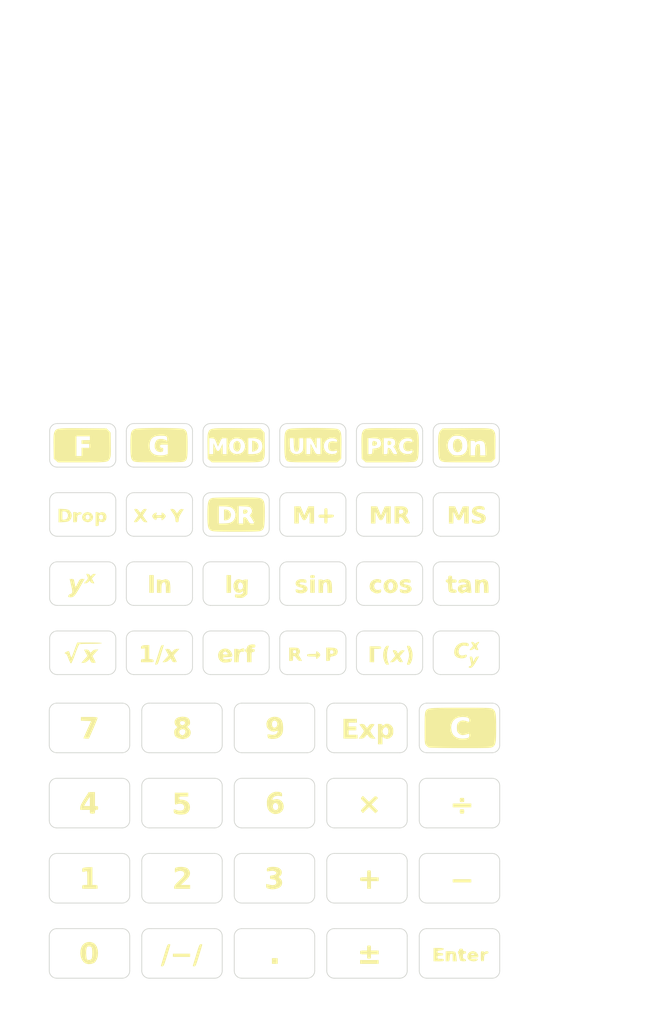
<source format=kicad_pcb>
(kicad_pcb (version 20221018) (generator pcbnew)
  (layers (0 "F.Cu" signal) (31 "B.Cu" signal) (34 "B.Paste" user) (35 "F.Paste" user) (36 "B.SilkS" user "B.Silkscreen") (37 "F.SilkS" user "F.Silkscreen") (38 "B.Mask" user) (39 "F.Mask" user) (44 "Edge.Cuts" user))
  (net 0 "")
  (footprint "LOGO" (layer "F.Cu") (at 100 94.9)
    (fp_text reference "G***" hide)
    (fp_text value "LOGO" hide)
  )
  (gr_arc (start 82.35 153.1) (mid 82.642893 152.392893) (end 83.35 152.1) (stroke (width 0.1)) (layer "Edge.Cuts"))
  (gr_arc (start 111.900001 99.9) (mid 111.192894 99.607107) (end 110.900001 98.9) (stroke (width 0.1)) (layer "Edge.Cuts"))
  (gr_arc (start 95.65 158.7) (mid 94.942893 158.407107) (end 94.65 157.7) (stroke (width 0.1)) (layer "Edge.Cuts"))
  (gr_arc (start 118.699999 94.1) (mid 119.407106 94.392893) (end 119.699999 95.1) (stroke (width 0.1)) (layer "Edge.Cuts"))
  (gr_line (start 98.299999 118.3) (end 91.500001 118.3) (stroke (width 0.1)) (layer "Edge.Cuts"))
  (gr_arc (start 88.099999 103.3) (mid 88.807106 103.592893) (end 89.099999 104.3) (stroke (width 0.1)) (layer "Edge.Cuts"))
  (gr_line (start 117.65 133.1) (end 117.65 137.7) (stroke (width 0.1)) (layer "Edge.Cuts"))
  (gr_arc (start 83.35 148.7) (mid 82.642893 148.407107) (end 82.35 147.7) (stroke (width 0.1)) (layer "Edge.Cuts"))
  (gr_arc (start 80.300001 113.5) (mid 80.592894 112.792893) (end 81.300001 112.5) (stroke (width 0.1)) (layer "Edge.Cuts"))
  (gr_line (start 77.899999 109.1) (end 71.100001 109.1) (stroke (width 0.1)) (layer "Edge.Cuts"))
  (gr_arc (start 105.35 157.7) (mid 105.057107 158.407107) (end 104.35 158.7) (stroke (width 0.1)) (layer "Edge.Cuts"))
  (gr_line (start 105.35 123.1) (end 105.35 127.7) (stroke (width 0.1)) (layer "Edge.Cuts"))
  (gr_line (start 99.299999 95.1) (end 99.299999 98.9) (stroke (width 0.1)) (layer "Edge.Cuts"))
  (gr_line (start 90.500001 89.7) (end 90.500001 85.9) (stroke (width 0.1)) (layer "Edge.Cuts"))
  (gr_arc (start 71.05 158.7) (mid 70.342893 158.407107) (end 70.05 157.7) (stroke (width 0.1)) (layer "Edge.Cuts"))
  (gr_line (start 82.35 127.7) (end 82.35 123.1) (stroke (width 0.1)) (layer "Edge.Cuts"))
  (gr_arc (start 128.95 132.1) (mid 129.657107 132.392893) (end 129.95 133.1) (stroke (width 0.1)) (layer "Edge.Cuts"))
  (gr_arc (start 71.100001 99.9) (mid 70.392894 99.607107) (end 70.100001 98.9) (stroke (width 0.1)) (layer "Edge.Cuts"))
  (gr_line (start 94.65 137.7) (end 94.65 133.1) (stroke (width 0.1)) (layer "Edge.Cuts"))
  (gr_line (start 118.699999 118.3) (end 111.900001 118.3) (stroke (width 0.1)) (layer "Edge.Cuts"))
  (gr_arc (start 128.95 122.1) (mid 129.657107 122.392893) (end 129.95 123.1) (stroke (width 0.1)) (layer "Edge.Cuts"))
  (gr_arc (start 120.25 148.7) (mid 119.542893 148.407107) (end 119.25 147.7) (stroke (width 0.1)) (layer "Edge.Cuts"))
  (gr_arc (start 95.65 138.7) (mid 94.942893 138.407107) (end 94.65 137.7) (stroke (width 0.1)) (layer "Edge.Cuts"))
  (gr_arc (start 129.95 127.7) (mid 129.657107 128.407107) (end 128.95 128.7) (stroke (width 0.1)) (layer "Edge.Cuts"))
  (gr_line (start 121.100001 89.7) (end 121.100001 85.9) (stroke (width 0.1)) (layer "Edge.Cuts"))
  (gr_line (start 93.05 143.1) (end 93.05 147.7) (stroke (width 0.1)) (layer "Edge.Cuts"))
  (gr_line (start 106.95 137.7) (end 106.95 133.1) (stroke (width 0.1)) (layer "Edge.Cuts"))
  (gr_line (start 116.65 138.7) (end 107.95 138.7) (stroke (width 0.1)) (layer "Edge.Cuts"))
  (gr_arc (start 82.35 143.1) (mid 82.642893 142.392893) (end 83.35 142.1) (stroke (width 0.1)) (layer "Edge.Cuts"))
  (gr_arc (start 116.65 122.1) (mid 117.357107 122.392893) (end 117.65 123.1) (stroke (width 0.1)) (layer "Edge.Cuts"))
  (gr_line (start 100.700001 98.9) (end 100.700001 95.1) (stroke (width 0.1)) (layer "Edge.Cuts"))
  (gr_arc (start 101.700001 99.9) (mid 100.992894 99.607107) (end 100.700001 98.9) (stroke (width 0.1)) (layer "Edge.Cuts"))
  (gr_arc (start 70.100001 113.5) (mid 70.392894 112.792893) (end 71.100001 112.5) (stroke (width 0.1)) (layer "Edge.Cuts"))
  (gr_arc (start 80.300001 85.9) (mid 80.592894 85.192893) (end 81.300001 84.9) (stroke (width 0.1)) (layer "Edge.Cuts"))
  (gr_line (start 121.100001 98.9) (end 121.100001 95.1) (stroke (width 0.1)) (layer "Edge.Cuts"))
  (gr_line (start 79.75 158.7) (end 71.05 158.7) (stroke (width 0.1)) (layer "Edge.Cuts"))
  (gr_arc (start 92.05 152.1) (mid 92.757107 152.392893) (end 93.05 153.1) (stroke (width 0.1)) (layer "Edge.Cuts"))
  (gr_line (start 88.099999 109.1) (end 81.300001 109.1) (stroke (width 0.1)) (layer "Edge.Cuts"))
  (gr_arc (start 107.95 148.7) (mid 107.242893 148.407107) (end 106.95 147.7) (stroke (width 0.1)) (layer "Edge.Cuts"))
  (gr_line (start 106.95 127.7) (end 106.95 123.1) (stroke (width 0.1)) (layer "Edge.Cuts"))
  (gr_arc (start 128.899999 103.3) (mid 129.607106 103.592893) (end 129.899999 104.3) (stroke (width 0.1)) (layer "Edge.Cuts"))
  (gr_line (start 80.300001 89.7) (end 80.300001 85.9) (stroke (width 0.1)) (layer "Edge.Cuts"))
  (gr_line (start 80.75 143.1) (end 80.75 147.7) (stroke (width 0.1)) (layer "Edge.Cuts"))
  (gr_arc (start 120.25 128.7) (mid 119.542893 128.407107) (end 119.25 127.7) (stroke (width 0.1)) (layer "Edge.Cuts"))
  (gr_line (start 120.25 152.1) (end 128.95 152.1) (stroke (width 0.1)) (layer "Edge.Cuts"))
  (gr_line (start 105.35 153.1) (end 105.35 157.7) (stroke (width 0.1)) (layer "Edge.Cuts"))
  (gr_arc (start 128.899999 94.1) (mid 129.607106 94.392893) (end 129.899999 95.1) (stroke (width 0.1)) (layer "Edge.Cuts"))
  (gr_arc (start 116.65 132.1) (mid 117.357107 132.392893) (end 117.65 133.1) (stroke (width 0.1)) (layer "Edge.Cuts"))
  (gr_arc (start 90.500001 95.1) (mid 90.792894 94.392893) (end 91.500001 94.1) (stroke (width 0.1)) (layer "Edge.Cuts"))
  (gr_line (start 107.95 132.1) (end 116.65 132.1) (stroke (width 0.1)) (layer "Edge.Cuts"))
  (gr_line (start 81.300001 103.3) (end 88.099999 103.3) (stroke (width 0.1)) (layer "Edge.Cuts"))
  (gr_line (start 122.100001 112.5) (end 128.899999 112.5) (stroke (width 0.1)) (layer "Edge.Cuts"))
  (gr_arc (start 71.100001 90.7) (mid 70.392894 90.407107) (end 70.100001 89.7) (stroke (width 0.1)) (layer "Edge.Cuts"))
  (gr_line (start 98.299999 90.7) (end 91.500001 90.7) (stroke (width 0.1)) (layer "Edge.Cuts"))
  (gr_arc (start 128.899999 112.5) (mid 129.607106 112.792893) (end 129.899999 113.5) (stroke (width 0.1)) (layer "Edge.Cuts"))
  (gr_line (start 83.35 132.1) (end 92.05 132.1) (stroke (width 0.1)) (layer "Edge.Cuts"))
  (gr_arc (start 77.899999 84.9) (mid 78.607106 85.192893) (end 78.899999 85.9) (stroke (width 0.1)) (layer "Edge.Cuts"))
  (gr_line (start 90.500001 117.3) (end 90.500001 113.5) (stroke (width 0.1)) (layer "Edge.Cuts"))
  (gr_arc (start 98.299999 103.3) (mid 99.007106 103.592893) (end 99.299999 104.3) (stroke (width 0.1)) (layer "Edge.Cuts"))
  (gr_line (start 99.299999 85.9) (end 99.299999 89.7) (stroke (width 0.1)) (layer "Edge.Cuts"))
  (gr_arc (start 82.35 133.1) (mid 82.642893 132.392893) (end 83.35 132.1) (stroke (width 0.1)) (layer "Edge.Cuts"))
  (gr_arc (start 116.65 152.1) (mid 117.357107 152.392893) (end 117.65 153.1) (stroke (width 0.1)) (layer "Edge.Cuts"))
  (gr_arc (start 77.899999 112.5) (mid 78.607106 112.792893) (end 78.899999 113.5) (stroke (width 0.1)) (layer "Edge.Cuts"))
  (gr_line (start 71.100001 103.3) (end 77.899999 103.3) (stroke (width 0.1)) (layer "Edge.Cuts"))
  (gr_line (start 119.699999 85.9) (end 119.699999 89.7) (stroke (width 0.1)) (layer "Edge.Cuts"))
  (gr_line (start 129.95 153.1) (end 129.95 157.7) (stroke (width 0.1)) (layer "Edge.Cuts"))
  (gr_line (start 128.95 128.7) (end 120.25 128.7) (stroke (width 0.1)) (layer "Edge.Cuts"))
  (gr_arc (start 119.25 143.1) (mid 119.542893 142.392893) (end 120.25 142.1) (stroke (width 0.1)) (layer "Edge.Cuts"))
  (gr_arc (start 110.900001 104.3) (mid 111.192894 103.592893) (end 111.900001 103.3) (stroke (width 0.1)) (layer "Edge.Cuts"))
  (gr_arc (start 81.300001 118.3) (mid 80.592894 118.007107) (end 80.300001 117.3) (stroke (width 0.1)) (layer "Edge.Cuts"))
  (gr_line (start 94.65 127.7) (end 94.65 123.1) (stroke (width 0.1)) (layer "Edge.Cuts"))
  (gr_line (start 81.300001 94.1) (end 88.099999 94.1) (stroke (width 0.1)) (layer "Edge.Cuts"))
  (gr_arc (start 94.65 123.1) (mid 94.942893 122.392893) (end 95.65 122.1) (stroke (width 0.1)) (layer "Edge.Cuts"))
  (gr_arc (start 119.25 153.1) (mid 119.542893 152.392893) (end 120.25 152.1) (stroke (width 0.1)) (layer "Edge.Cuts"))
  (gr_arc (start 90.500001 85.9) (mid 90.792894 85.192893) (end 91.500001 84.9) (stroke (width 0.1)) (layer "Edge.Cuts"))
  (gr_arc (start 119.699999 117.3) (mid 119.407106 118.007107) (end 118.699999 118.3) (stroke (width 0.1)) (layer "Edge.Cuts"))
  (gr_arc (start 109.499999 117.3) (mid 109.207106 118.007107) (end 108.499999 118.3) (stroke (width 0.1)) (layer "Edge.Cuts"))
  (gr_line (start 79.75 138.7) (end 71.05 138.7) (stroke (width 0.1)) (layer "Edge.Cuts"))
  (gr_line (start 94.65 147.7) (end 94.65 143.1) (stroke (width 0.1)) (layer "Edge.Cuts"))
  (gr_arc (start 80.75 137.7) (mid 80.457107 138.407107) (end 79.75 138.7) (stroke (width 0.1)) (layer "Edge.Cuts"))
  (gr_line (start 104.35 148.7) (end 95.65 148.7) (stroke (width 0.1)) (layer "Edge.Cuts"))
  (gr_arc (start 70.05 123.1) (mid 70.342893 122.392893) (end 71.05 122.1) (stroke (width 0.1)) (layer "Edge.Cuts"))
  (gr_arc (start 105.35 127.7) (mid 105.057107 128.407107) (end 104.35 128.7) (stroke (width 0.1)) (layer "Edge.Cuts"))
  (gr_arc (start 70.100001 104.3) (mid 70.392894 103.592893) (end 71.100001 103.3) (stroke (width 0.1)) (layer "Edge.Cuts"))
  (gr_arc (start 89.099999 89.7) (mid 88.807106 90.407107) (end 88.099999 90.7) (stroke (width 0.1)) (layer "Edge.Cuts"))
  (gr_line (start 129.899999 95.1) (end 129.899999 98.9) (stroke (width 0.1)) (layer "Edge.Cuts"))
  (gr_arc (start 93.05 157.7) (mid 92.757107 158.407107) (end 92.05 158.7) (stroke (width 0.1)) (layer "Edge.Cuts"))
  (gr_arc (start 89.099999 98.9) (mid 88.807106 99.607107) (end 88.099999 99.9) (stroke (width 0.1)) (layer "Edge.Cuts"))
  (gr_arc (start 119.699999 108.1) (mid 119.407106 108.807107) (end 118.699999 109.1) (stroke (width 0.1)) (layer "Edge.Cuts"))
  (gr_line (start 117.65 143.1) (end 117.65 147.7) (stroke (width 0.1)) (layer "Edge.Cuts"))
  (gr_arc (start 108.499999 84.9) (mid 109.207106 85.192893) (end 109.499999 85.9) (stroke (width 0.1)) (layer "Edge.Cuts"))
  (gr_arc (start 91.500001 90.7) (mid 90.792894 90.407107) (end 90.500001 89.7) (stroke (width 0.1)) (layer "Edge.Cuts"))
  (gr_arc (start 109.499999 89.7) (mid 109.207106 90.407107) (end 108.499999 90.7) (stroke (width 0.1)) (layer "Edge.Cuts"))
  (gr_arc (start 70.100001 95.1) (mid 70.392894 94.392893) (end 71.100001 94.1) (stroke (width 0.1)) (layer "Edge.Cuts"))
  (gr_line (start 93.05 133.1) (end 93.05 137.7) (stroke (width 0.1)) (layer "Edge.Cuts"))
  (gr_line (start 109.499999 95.1) (end 109.499999 98.9) (stroke (width 0.1)) (layer "Edge.Cuts"))
  (gr_line (start 80.300001 108.1) (end 80.300001 104.3) (stroke (width 0.1)) (layer "Edge.Cuts"))
  (gr_arc (start 122.100001 109.1) (mid 121.392894 108.807107) (end 121.100001 108.1) (stroke (width 0.1)) (layer "Edge.Cuts"))
  (gr_line (start 108.499999 90.7) (end 101.700001 90.7) (stroke (width 0.1)) (layer "Edge.Cuts"))
  (gr_arc (start 121.100001 104.3) (mid 121.392894 103.592893) (end 122.100001 103.3) (stroke (width 0.1)) (layer "Edge.Cuts"))
  (gr_line (start 71.100001 112.5) (end 77.899999 112.5) (stroke (width 0.1)) (layer "Edge.Cuts"))
  (gr_arc (start 129.899999 117.3) (mid 129.607106 118.007107) (end 128.899999 118.3) (stroke (width 0.1)) (layer "Edge.Cuts"))
  (gr_line (start 107.95 142.1) (end 116.65 142.1) (stroke (width 0.1)) (layer "Edge.Cuts"))
  (gr_line (start 79.75 128.7) (end 71.05 128.7) (stroke (width 0.1)) (layer "Edge.Cuts"))
  (gr_arc (start 129.899999 98.9) (mid 129.607106 99.607107) (end 128.899999 99.9) (stroke (width 0.1)) (layer "Edge.Cuts"))
  (gr_line (start 70.100001 108.1) (end 70.100001 104.3) (stroke (width 0.1)) (layer "Edge.Cuts"))
  (gr_arc (start 71.05 128.7) (mid 70.342893 128.407107) (end 70.05 127.7) (stroke (width 0.1)) (layer "Edge.Cuts"))
  (gr_line (start 100.700001 117.3) (end 100.700001 113.5) (stroke (width 0.1)) (layer "Edge.Cuts"))
  (gr_line (start 89.099999 113.5) (end 89.099999 117.3) (stroke (width 0.1)) (layer "Edge.Cuts"))
  (gr_arc (start 94.65 153.1) (mid 94.942893 152.392893) (end 95.65 152.1) (stroke (width 0.1)) (layer "Edge.Cuts"))
  (gr_arc (start 111.900001 118.3) (mid 111.192894 118.007107) (end 110.900001 117.3) (stroke (width 0.1)) (layer "Edge.Cuts"))
  (gr_line (start 129.899999 113.5) (end 129.899999 117.3) (stroke (width 0.1)) (layer "Edge.Cuts"))
  (gr_line (start 128.899999 109.1) (end 122.100001 109.1) (stroke (width 0.1)) (layer "Edge.Cuts"))
  (gr_arc (start 129.95 157.7) (mid 129.657107 158.407107) (end 128.95 158.7) (stroke (width 0.1)) (layer "Edge.Cuts"))
  (gr_line (start 111.900001 112.5) (end 118.699999 112.5) (stroke (width 0.1)) (layer "Edge.Cuts"))
  (gr_line (start 77.899999 90.7) (end 71.100001 90.7) (stroke (width 0.1)) (layer "Edge.Cuts"))
  (gr_arc (start 122.100001 90.7) (mid 121.392894 90.407107) (end 121.100001 89.7) (stroke (width 0.1)) (layer "Edge.Cuts"))
  (gr_arc (start 90.500001 104.3) (mid 90.792894 103.592893) (end 91.500001 103.3) (stroke (width 0.1)) (layer "Edge.Cuts"))
  (gr_line (start 81.300001 112.5) (end 88.099999 112.5) (stroke (width 0.1)) (layer "Edge.Cuts"))
  (gr_arc (start 111.900001 90.7) (mid 111.192894 90.407107) (end 110.900001 89.7) (stroke (width 0.1)) (layer "Edge.Cuts"))
  (gr_line (start 105.35 143.1) (end 105.35 147.7) (stroke (width 0.1)) (layer "Edge.Cuts"))
  (gr_line (start 91.500001 84.9) (end 98.299999 84.9) (stroke (width 0.1)) (layer "Edge.Cuts"))
  (gr_arc (start 105.35 137.7) (mid 105.057107 138.407107) (end 104.35 138.7) (stroke (width 0.1)) (layer "Edge.Cuts"))
  (gr_arc (start 101.700001 118.3) (mid 100.992894 118.007107) (end 100.700001 117.3) (stroke (width 0.1)) (layer "Edge.Cuts"))
  (gr_line (start 119.699999 95.1) (end 119.699999 98.9) (stroke (width 0.1)) (layer "Edge.Cuts"))
  (gr_arc (start 121.100001 113.5) (mid 121.392894 112.792893) (end 122.100001 112.5) (stroke (width 0.1)) (layer "Edge.Cuts"))
  (gr_line (start 95.65 142.1) (end 104.35 142.1) (stroke (width 0.1)) (layer "Edge.Cuts"))
  (gr_arc (start 118.699999 84.9) (mid 119.407106 85.192893) (end 119.699999 85.9) (stroke (width 0.1)) (layer "Edge.Cuts"))
  (gr_line (start 78.899999 85.9) (end 78.899999 89.7) (stroke (width 0.1)) (layer "Edge.Cuts"))
  (gr_arc (start 129.95 137.7) (mid 129.657107 138.407107) (end 128.95 138.7) (stroke (width 0.1)) (layer "Edge.Cuts"))
  (gr_line (start 71.05 142.1) (end 79.75 142.1) (stroke (width 0.1)) (layer "Edge.Cuts"))
  (gr_line (start 81.300001 84.9) (end 88.099999 84.9) (stroke (width 0.1)) (layer "Edge.Cuts"))
  (gr_line (start 129.899999 85.9) (end 129.899999 89.7) (stroke (width 0.1)) (layer "Edge.Cuts"))
  (gr_arc (start 81.300001 109.1) (mid 80.592894 108.807107) (end 80.300001 108.1) (stroke (width 0.1)) (layer "Edge.Cuts"))
  (gr_arc (start 104.35 122.1) (mid 105.057107 122.392893) (end 105.35 123.1) (stroke (width 0.1)) (layer "Edge.Cuts"))
  (gr_line (start 128.95 148.7) (end 120.25 148.7) (stroke (width 0.1)) (layer "Edge.Cuts"))
  (gr_line (start 118.699999 90.7) (end 111.900001 90.7) (stroke (width 0.1)) (layer "Edge.Cuts"))
  (gr_line (start 82.35 137.7) (end 82.35 133.1) (stroke (width 0.1)) (layer "Edge.Cuts"))
  (gr_line (start 120.25 132.1) (end 128.95 132.1) (stroke (width 0.1)) (layer "Edge.Cuts"))
  (gr_arc (start 100.700001 113.5) (mid 100.992894 112.792893) (end 101.700001 112.5) (stroke (width 0.1)) (layer "Edge.Cuts"))
  (gr_arc (start 81.300001 99.9) (mid 80.592894 99.607107) (end 80.300001 98.9) (stroke (width 0.1)) (layer "Edge.Cuts"))
  (gr_arc (start 121.100001 85.9) (mid 121.392894 85.192893) (end 122.100001 84.9) (stroke (width 0.1)) (layer "Edge.Cuts"))
  (gr_arc (start 100.700001 95.1) (mid 100.992894 94.392893) (end 101.700001 94.1) (stroke (width 0.1)) (layer "Edge.Cuts"))
  (gr_arc (start 101.700001 90.7) (mid 100.992894 90.407107) (end 100.700001 89.7) (stroke (width 0.1)) (layer "Edge.Cuts"))
  (gr_line (start 110.900001 117.3) (end 110.900001 113.5) (stroke (width 0.1)) (layer "Edge.Cuts"))
  (gr_arc (start 121.100001 95.1) (mid 121.392894 94.392893) (end 122.100001 94.1) (stroke (width 0.1)) (layer "Edge.Cuts"))
  (gr_line (start 98.299999 109.1) (end 91.500001 109.1) (stroke (width 0.1)) (layer "Edge.Cuts"))
  (gr_line (start 92.05 148.7) (end 83.35 148.7) (stroke (width 0.1)) (layer "Edge.Cuts"))
  (gr_arc (start 93.05 127.7) (mid 92.757107 128.407107) (end 92.05 128.7) (stroke (width 0.1)) (layer "Edge.Cuts"))
  (gr_arc (start 129.95 147.7) (mid 129.657107 148.407107) (end 128.95 148.7) (stroke (width 0.1)) (layer "Edge.Cuts"))
  (gr_line (start 71.05 152.1) (end 79.75 152.1) (stroke (width 0.1)) (layer "Edge.Cuts"))
  (gr_line (start 93.05 153.1) (end 93.05 157.7) (stroke (width 0.1)) (layer "Edge.Cuts"))
  (gr_arc (start 99.299999 98.9) (mid 99.007106 99.607107) (end 98.299999 99.9) (stroke (width 0.1)) (layer "Edge.Cuts"))
  (gr_arc (start 110.900001 95.1) (mid 111.192894 94.392893) (end 111.900001 94.1) (stroke (width 0.1)) (layer "Edge.Cuts"))
  (gr_arc (start 100.700001 104.3) (mid 100.992894 103.592893) (end 101.700001 103.3) (stroke (width 0.1)) (layer "Edge.Cuts"))
  (gr_line (start 90.500001 108.1) (end 90.500001 104.3) (stroke (width 0.1)) (layer "Edge.Cuts"))
  (gr_line (start 80.300001 98.9) (end 80.300001 95.1) (stroke (width 0.1)) (layer "Edge.Cuts"))
  (gr_arc (start 71.100001 118.3) (mid 70.392894 118.007107) (end 70.100001 117.3) (stroke (width 0.1)) (layer "Edge.Cuts"))
  (gr_line (start 128.899999 90.7) (end 122.100001 90.7) (stroke (width 0.1)) (layer "Edge.Cuts"))
  (gr_arc (start 99.299999 117.3) (mid 99.007106 118.007107) (end 98.299999 118.3) (stroke (width 0.1)) (layer "Edge.Cuts"))
  (gr_arc (start 89.099999 108.1) (mid 88.807106 108.807107) (end 88.099999 109.1) (stroke (width 0.1)) (layer "Edge.Cuts"))
  (gr_line (start 109.499999 85.9) (end 109.499999 89.7) (stroke (width 0.1)) (layer "Edge.Cuts"))
  (gr_line (start 78.899999 104.3) (end 78.899999 108.1) (stroke (width 0.1)) (layer "Edge.Cuts"))
  (gr_arc (start 128.95 152.1) (mid 129.657107 152.392893) (end 129.95 153.1) (stroke (width 0.1)) (layer "Edge.Cuts"))
  (gr_line (start 71.100001 94.1) (end 77.899999 94.1) (stroke (width 0.1)) (layer "Edge.Cuts"))
  (gr_line (start 104.35 128.7) (end 95.65 128.7) (stroke (width 0.1)) (layer "Edge.Cuts"))
  (gr_arc (start 107.95 158.7) (mid 107.242893 158.407107) (end 106.95 157.7) (stroke (width 0.1)) (layer "Edge.Cuts"))
  (gr_arc (start 110.900001 113.5) (mid 111.192894 112.792893) (end 111.900001 112.5) (stroke (width 0.1)) (layer "Edge.Cuts"))
  (gr_line (start 89.099999 104.3) (end 89.099999 108.1) (stroke (width 0.1)) (layer "Edge.Cuts"))
  (gr_arc (start 119.699999 89.7) (mid 119.407106 90.407107) (end 118.699999 90.7) (stroke (width 0.1)) (layer "Edge.Cuts"))
  (gr_arc (start 120.25 138.7) (mid 119.542893 138.407107) (end 119.25 137.7) (stroke (width 0.1)) (layer "Edge.Cuts"))
  (gr_line (start 79.75 148.7) (end 71.05 148.7) (stroke (width 0.1)) (layer "Edge.Cuts"))
  (gr_line (start 80.75 153.1) (end 80.75 157.7) (stroke (width 0.1)) (layer "Edge.Cuts"))
  (gr_arc (start 82.35 123.1) (mid 82.642893 122.392893) (end 83.35 122.1) (stroke (width 0.1)) (layer "Edge.Cuts"))
  (gr_line (start 92.05 138.7) (end 83.35 138.7) (stroke (width 0.1)) (layer "Edge.Cuts"))
  (gr_arc (start 80.75 147.7) (mid 80.457107 148.407107) (end 79.75 148.7) (stroke (width 0.1)) (layer "Edge.Cuts"))
  (gr_line (start 119.25 127.7) (end 119.25 123.1) (stroke (width 0.1)) (layer "Edge.Cuts"))
  (gr_arc (start 119.25 123.1) (mid 119.542893 122.392893) (end 120.25 122.1) (stroke (width 0.1)) (layer "Edge.Cuts"))
  (gr_line (start 107.95 122.1) (end 116.65 122.1) (stroke (width 0.1)) (layer "Edge.Cuts"))
  (gr_arc (start 78.899999 89.7) (mid 78.607106 90.407107) (end 77.899999 90.7) (stroke (width 0.1)) (layer "Edge.Cuts"))
  (gr_line (start 99.299999 104.3) (end 99.299999 108.1) (stroke (width 0.1)) (layer "Edge.Cuts"))
  (gr_arc (start 78.899999 108.1) (mid 78.607106 108.807107) (end 77.899999 109.1) (stroke (width 0.1)) (layer "Edge.Cuts"))
  (gr_line (start 71.05 122.1) (end 79.75 122.1) (stroke (width 0.1)) (layer "Edge.Cuts"))
  (gr_arc (start 83.35 138.7) (mid 82.642893 138.407107) (end 82.35 137.7) (stroke (width 0.1)) (layer "Edge.Cuts"))
  (gr_line (start 89.099999 95.1) (end 89.099999 98.9) (stroke (width 0.1)) (layer "Edge.Cuts"))
  (gr_arc (start 107.95 138.7) (mid 107.242893 138.407107) (end 106.95 137.7) (stroke (width 0.1)) (layer "Edge.Cuts"))
  (gr_line (start 119.25 137.7) (end 119.25 133.1) (stroke (width 0.1)) (layer "Edge.Cuts"))
  (gr_arc (start 129.899999 108.1) (mid 129.607106 108.807107) (end 128.899999 109.1) (stroke (width 0.1)) (layer "Edge.Cuts"))
  (gr_line (start 120.25 122.1) (end 128.95 122.1) (stroke (width 0.1)) (layer "Edge.Cuts"))
  (gr_arc (start 91.500001 118.3) (mid 90.792894 118.007107) (end 90.500001 117.3) (stroke (width 0.1)) (layer "Edge.Cuts"))
  (gr_arc (start 94.65 133.1) (mid 94.942893 132.392893) (end 95.65 132.1) (stroke (width 0.1)) (layer "Edge.Cuts"))
  (gr_line (start 101.700001 103.3) (end 108.499999 103.3) (stroke (width 0.1)) (layer "Edge.Cuts"))
  (gr_line (start 95.65 152.1) (end 104.35 152.1) (stroke (width 0.1)) (layer "Edge.Cuts"))
  (gr_arc (start 101.700001 109.1) (mid 100.992894 108.807107) (end 100.700001 108.1) (stroke (width 0.1)) (layer "Edge.Cuts"))
  (gr_line (start 100.700001 89.7) (end 100.700001 85.9) (stroke (width 0.1)) (layer "Edge.Cuts"))
  (gr_arc (start 71.05 138.7) (mid 70.342893 138.407107) (end 70.05 137.7) (stroke (width 0.1)) (layer "Edge.Cuts"))
  (gr_arc (start 117.65 137.7) (mid 117.357107 138.407107) (end 116.65 138.7) (stroke (width 0.1)) (layer "Edge.Cuts"))
  (gr_line (start 101.700001 84.9) (end 108.499999 84.9) (stroke (width 0.1)) (layer "Edge.Cuts"))
  (gr_line (start 89.099999 85.9) (end 89.099999 89.7) (stroke (width 0.1)) (layer "Edge.Cuts"))
  (gr_line (start 107.95 152.1) (end 116.65 152.1) (stroke (width 0.1)) (layer "Edge.Cuts"))
  (gr_arc (start 88.099999 84.9) (mid 88.807106 85.192893) (end 89.099999 85.9) (stroke (width 0.1)) (layer "Edge.Cuts"))
  (gr_arc (start 108.499999 94.1) (mid 109.207106 94.392893) (end 109.499999 95.1) (stroke (width 0.1)) (layer "Edge.Cuts"))
  (gr_line (start 118.699999 99.9) (end 111.900001 99.9) (stroke (width 0.1)) (layer "Edge.Cuts"))
  (gr_arc (start 122.100001 99.9) (mid 121.392894 99.607107) (end 121.100001 98.9) (stroke (width 0.1)) (layer "Edge.Cuts"))
  (gr_arc (start 83.35 158.7) (mid 82.642893 158.407107) (end 82.35 157.7) (stroke (width 0.1)) (layer "Edge.Cuts"))
  (gr_line (start 111.900001 94.1) (end 118.699999 94.1) (stroke (width 0.1)) (layer "Edge.Cuts"))
  (gr_arc (start 104.35 142.1) (mid 105.057107 142.392893) (end 105.35 143.1) (stroke (width 0.1)) (layer "Edge.Cuts"))
  (gr_line (start 80.75 133.1) (end 80.75 137.7) (stroke (width 0.1)) (layer "Edge.Cuts"))
  (gr_line (start 110.900001 89.7) (end 110.900001 85.9) (stroke (width 0.1)) (layer "Edge.Cuts"))
  (gr_arc (start 92.05 142.1) (mid 92.757107 142.392893) (end 93.05 143.1) (stroke (width 0.1)) (layer "Edge.Cuts"))
  (gr_arc (start 116.65 142.1) (mid 117.357107 142.392893) (end 117.65 143.1) (stroke (width 0.1)) (layer "Edge.Cuts"))
  (gr_arc (start 106.95 143.1) (mid 107.242893 142.392893) (end 107.95 142.1) (stroke (width 0.1)) (layer "Edge.Cuts"))
  (gr_arc (start 80.300001 95.1) (mid 80.592894 94.392893) (end 81.300001 94.1) (stroke (width 0.1)) (layer "Edge.Cuts"))
  (gr_line (start 104.35 158.7) (end 95.65 158.7) (stroke (width 0.1)) (layer "Edge.Cuts"))
  (gr_line (start 106.95 147.7) (end 106.95 143.1) (stroke (width 0.1)) (layer "Edge.Cuts"))
  (gr_arc (start 90.500001 113.5) (mid 90.792894 112.792893) (end 91.500001 112.5) (stroke (width 0.1)) (layer "Edge.Cuts"))
  (gr_line (start 78.899999 95.1) (end 78.899999 98.9) (stroke (width 0.1)) (layer "Edge.Cuts"))
  (gr_arc (start 98.299999 84.9) (mid 99.007106 85.192893) (end 99.299999 85.9) (stroke (width 0.1)) (layer "Edge.Cuts"))
  (gr_arc (start 92.05 122.1) (mid 92.757107 122.392893) (end 93.05 123.1) (stroke (width 0.1)) (layer "Edge.Cuts"))
  (gr_arc (start 106.95 133.1) (mid 107.242893 132.392893) (end 107.95 132.1) (stroke (width 0.1)) (layer "Edge.Cuts"))
  (gr_arc (start 122.100001 118.3) (mid 121.392894 118.007107) (end 121.100001 117.3) (stroke (width 0.1)) (layer "Edge.Cuts"))
  (gr_line (start 71.100001 84.9) (end 77.899999 84.9) (stroke (width 0.1)) (layer "Edge.Cuts"))
  (gr_line (start 111.900001 103.3) (end 118.699999 103.3) (stroke (width 0.1)) (layer "Edge.Cuts"))
  (gr_line (start 80.75 123.1) (end 80.75 127.7) (stroke (width 0.1)) (layer "Edge.Cuts"))
  (gr_line (start 128.899999 99.9) (end 122.100001 99.9) (stroke (width 0.1)) (layer "Edge.Cuts"))
  (gr_arc (start 119.25 133.1) (mid 119.542893 132.392893) (end 120.25 132.1) (stroke (width 0.1)) (layer "Edge.Cuts"))
  (gr_line (start 109.499999 113.5) (end 109.499999 117.3) (stroke (width 0.1)) (layer "Edge.Cuts"))
  (gr_arc (start 94.65 143.1) (mid 94.942893 142.392893) (end 95.65 142.1) (stroke (width 0.1)) (layer "Edge.Cuts"))
  (gr_arc (start 83.35 128.7) (mid 82.642893 128.407107) (end 82.35 127.7) (stroke (width 0.1)) (layer "Edge.Cuts"))
  (gr_line (start 101.700001 94.1) (end 108.499999 94.1) (stroke (width 0.1)) (layer "Edge.Cuts"))
  (gr_arc (start 70.05 143.1) (mid 70.342893 142.392893) (end 71.05 142.1) (stroke (width 0.1)) (layer "Edge.Cuts"))
  (gr_line (start 117.65 123.1) (end 117.65 127.7) (stroke (width 0.1)) (layer "Edge.Cuts"))
  (gr_arc (start 99.299999 89.7) (mid 99.007106 90.407107) (end 98.299999 90.7) (stroke (width 0.1)) (layer "Edge.Cuts"))
  (gr_arc (start 80.75 157.7) (mid 80.457107 158.407107) (end 79.75 158.7) (stroke (width 0.1)) (layer "Edge.Cuts"))
  (gr_line (start 101.700001 112.5) (end 108.499999 112.5) (stroke (width 0.1)) (layer "Edge.Cuts"))
  (gr_arc (start 95.65 128.7) (mid 94.942893 128.407107) (end 94.65 127.7) (stroke (width 0.1)) (layer "Edge.Cuts"))
  (gr_line (start 122.100001 84.9) (end 128.899999 84.9) (stroke (width 0.1)) (layer "Edge.Cuts"))
  (gr_arc (start 120.25 158.7) (mid 119.542893 158.407107) (end 119.25 157.7) (stroke (width 0.1)) (layer "Edge.Cuts"))
  (gr_arc (start 93.05 147.7) (mid 92.757107 148.407107) (end 92.05 148.7) (stroke (width 0.1)) (layer "Edge.Cuts"))
  (gr_arc (start 108.499999 112.5) (mid 109.207106 112.792893) (end 109.499999 113.5) (stroke (width 0.1)) (layer "Edge.Cuts"))
  (gr_line (start 108.499999 99.9) (end 101.700001 99.9) (stroke (width 0.1)) (layer "Edge.Cuts"))
  (gr_arc (start 100.700001 85.9) (mid 100.992894 85.192893) (end 101.700001 84.9) (stroke (width 0.1)) (layer "Edge.Cuts"))
  (gr_line (start 70.100001 98.9) (end 70.100001 95.1) (stroke (width 0.1)) (layer "Edge.Cuts"))
  (gr_line (start 82.35 157.7) (end 82.35 153.1) (stroke (width 0.1)) (layer "Edge.Cuts"))
  (gr_line (start 128.95 138.7) (end 120.25 138.7) (stroke (width 0.1)) (layer "Edge.Cuts"))
  (gr_line (start 95.65 132.1) (end 104.35 132.1) (stroke (width 0.1)) (layer "Edge.Cuts"))
  (gr_arc (start 70.100001 85.9) (mid 70.392894 85.192893) (end 71.100001 84.9) (stroke (width 0.1)) (layer "Edge.Cuts"))
  (gr_arc (start 71.05 148.7) (mid 70.342893 148.407107) (end 70.05 147.7) (stroke (width 0.1)) (layer "Edge.Cuts"))
  (gr_arc (start 79.75 152.1) (mid 80.457107 152.392893) (end 80.75 153.1) (stroke (width 0.1)) (layer "Edge.Cuts"))
  (gr_arc (start 118.699999 112.5) (mid 119.407106 112.792893) (end 119.699999 113.5) (stroke (width 0.1)) (layer "Edge.Cuts"))
  (gr_line (start 70.100001 89.7) (end 70.100001 85.9) (stroke (width 0.1)) (layer "Edge.Cuts"))
  (gr_line (start 110.900001 108.1) (end 110.900001 104.3) (stroke (width 0.1)) (layer "Edge.Cuts"))
  (gr_arc (start 98.299999 112.5) (mid 99.007106 112.792893) (end 99.299999 113.5) (stroke (width 0.1)) (layer "Edge.Cuts"))
  (gr_line (start 128.95 158.7) (end 120.25 158.7) (stroke (width 0.1)) (layer "Edge.Cuts"))
  (gr_line (start 116.65 148.7) (end 107.95 148.7) (stroke (width 0.1)) (layer "Edge.Cuts"))
  (gr_line (start 117.65 153.1) (end 117.65 157.7) (stroke (width 0.1)) (layer "Edge.Cuts"))
  (gr_line (start 82.35 147.7) (end 82.35 143.1) (stroke (width 0.1)) (layer "Edge.Cuts"))
  (gr_line (start 70.05 157.7) (end 70.05 153.1) (stroke (width 0.1)) (layer "Edge.Cuts"))
  (gr_line (start 128.899999 118.3) (end 122.100001 118.3) (stroke (width 0.1)) (layer "Edge.Cuts"))
  (gr_arc (start 117.65 147.7) (mid 117.357107 148.407107) (end 116.65 148.7) (stroke (width 0.1)) (layer "Edge.Cuts"))
  (gr_line (start 129.899999 104.3) (end 129.899999 108.1) (stroke (width 0.1)) (layer "Edge.Cuts"))
  (gr_line (start 88.099999 118.3) (end 81.300001 118.3) (stroke (width 0.1)) (layer "Edge.Cuts"))
  (gr_arc (start 118.699999 103.3) (mid 119.407106 103.592893) (end 119.699999 104.3) (stroke (width 0.1)) (layer "Edge.Cuts"))
  (gr_arc (start 79.75 122.1) (mid 80.457107 122.392893) (end 80.75 123.1) (stroke (width 0.1)) (layer "Edge.Cuts"))
  (gr_arc (start 89.099999 117.3) (mid 88.807106 118.007107) (end 88.099999 118.3) (stroke (width 0.1)) (layer "Edge.Cuts"))
  (gr_line (start 99.299999 113.5) (end 99.299999 117.3) (stroke (width 0.1)) (layer "Edge.Cuts"))
  (gr_arc (start 119.699999 98.9) (mid 119.407106 99.607107) (end 118.699999 99.9) (stroke (width 0.1)) (layer "Edge.Cuts"))
  (gr_line (start 83.35 122.1) (end 92.05 122.1) (stroke (width 0.1)) (layer "Edge.Cuts"))
  (gr_line (start 94.65 157.7) (end 94.65 153.1) (stroke (width 0.1)) (layer "Edge.Cuts"))
  (gr_line (start 70.05 137.7) (end 70.05 133.1) (stroke (width 0.1)) (layer "Edge.Cuts"))
  (gr_arc (start 98.299999 94.1) (mid 99.007106 94.392893) (end 99.299999 95.1) (stroke (width 0.1)) (layer "Edge.Cuts"))
  (gr_arc (start 129.899999 89.7) (mid 129.607106 90.407107) (end 128.899999 90.7) (stroke (width 0.1)) (layer "Edge.Cuts"))
  (gr_line (start 119.25 147.7) (end 119.25 143.1) (stroke (width 0.1)) (layer "Edge.Cuts"))
  (gr_arc (start 78.899999 117.3) (mid 78.607106 118.007107) (end 77.899999 118.3) (stroke (width 0.1)) (layer "Edge.Cuts"))
  (gr_arc (start 71.100001 109.1) (mid 70.392894 108.807107) (end 70.100001 108.1) (stroke (width 0.1)) (layer "Edge.Cuts"))
  (gr_line (start 92.05 128.7) (end 83.35 128.7) (stroke (width 0.1)) (layer "Edge.Cuts"))
  (gr_arc (start 91.500001 99.9) (mid 90.792894 99.607107) (end 90.500001 98.9) (stroke (width 0.1)) (layer "Edge.Cuts"))
  (gr_line (start 70.05 147.7) (end 70.05 143.1) (stroke (width 0.1)) (layer "Edge.Cuts"))
  (gr_line (start 119.699999 113.5) (end 119.699999 117.3) (stroke (width 0.1)) (layer "Edge.Cuts"))
  (gr_line (start 122.100001 94.1) (end 128.899999 94.1) (stroke (width 0.1)) (layer "Edge.Cuts"))
  (gr_line (start 121.100001 108.1) (end 121.100001 104.3) (stroke (width 0.1)) (layer "Edge.Cuts"))
  (gr_arc (start 70.05 153.1) (mid 70.342893 152.392893) (end 71.05 152.1) (stroke (width 0.1)) (layer "Edge.Cuts"))
  (gr_line (start 88.099999 90.7) (end 81.300001 90.7) (stroke (width 0.1)) (layer "Edge.Cuts"))
  (gr_arc (start 128.899999 84.9) (mid 129.607106 85.192893) (end 129.899999 85.9) (stroke (width 0.1)) (layer "Edge.Cuts"))
  (gr_arc (start 80.75 127.7) (mid 80.457107 128.407107) (end 79.75 128.7) (stroke (width 0.1)) (layer "Edge.Cuts"))
  (gr_arc (start 110.900001 85.9) (mid 111.192894 85.192893) (end 111.900001 84.9) (stroke (width 0.1)) (layer "Edge.Cuts"))
  (gr_line (start 116.65 128.7) (end 107.95 128.7) (stroke (width 0.1)) (layer "Edge.Cuts"))
  (gr_line (start 91.500001 103.3) (end 98.299999 103.3) (stroke (width 0.1)) (layer "Edge.Cuts"))
  (gr_arc (start 117.65 127.7) (mid 117.357107 128.407107) (end 116.65 128.7) (stroke (width 0.1)) (layer "Edge.Cuts"))
  (gr_line (start 119.699999 104.3) (end 119.699999 108.1) (stroke (width 0.1)) (layer "Edge.Cuts"))
  (gr_arc (start 77.899999 103.3) (mid 78.607106 103.592893) (end 78.899999 104.3) (stroke (width 0.1)) (layer "Edge.Cuts"))
  (gr_line (start 109.499999 104.3) (end 109.499999 108.1) (stroke (width 0.1)) (layer "Edge.Cuts"))
  (gr_line (start 92.05 158.7) (end 83.35 158.7) (stroke (width 0.1)) (layer "Edge.Cuts"))
  (gr_line (start 122.100001 103.3) (end 128.899999 103.3) (stroke (width 0.1)) (layer "Edge.Cuts"))
  (gr_line (start 71.05 132.1) (end 79.75 132.1) (stroke (width 0.1)) (layer "Edge.Cuts"))
  (gr_arc (start 81.300001 90.7) (mid 80.592894 90.407107) (end 80.300001 89.7) (stroke (width 0.1)) (layer "Edge.Cuts"))
  (gr_line (start 129.95 143.1) (end 129.95 147.7) (stroke (width 0.1)) (layer "Edge.Cuts"))
  (gr_line (start 120.25 142.1) (end 128.95 142.1) (stroke (width 0.1)) (layer "Edge.Cuts"))
  (gr_arc (start 92.05 132.1) (mid 92.757107 132.392893) (end 93.05 133.1) (stroke (width 0.1)) (layer "Edge.Cuts"))
  (gr_line (start 80.300001 117.3) (end 80.300001 113.5) (stroke (width 0.1)) (layer "Edge.Cuts"))
  (gr_arc (start 104.35 132.1) (mid 105.057107 132.392893) (end 105.35 133.1) (stroke (width 0.1)) (layer "Edge.Cuts"))
  (gr_arc (start 108.499999 103.3) (mid 109.207106 103.592893) (end 109.499999 104.3) (stroke (width 0.1)) (layer "Edge.Cuts"))
  (gr_line (start 129.95 123.1) (end 129.95 127.7) (stroke (width 0.1)) (layer "Edge.Cuts"))
  (gr_arc (start 105.35 147.7) (mid 105.057107 148.407107) (end 104.35 148.7) (stroke (width 0.1)) (layer "Edge.Cuts"))
  (gr_line (start 77.899999 99.9) (end 71.100001 99.9) (stroke (width 0.1)) (layer "Edge.Cuts"))
  (gr_line (start 108.499999 109.1) (end 101.700001 109.1) (stroke (width 0.1)) (layer "Edge.Cuts"))
  (gr_line (start 91.500001 94.1) (end 98.299999 94.1) (stroke (width 0.1)) (layer "Edge.Cuts"))
  (gr_arc (start 70.05 133.1) (mid 70.342893 132.392893) (end 71.05 132.1) (stroke (width 0.1)) (layer "Edge.Cuts"))
  (gr_line (start 70.100001 117.3) (end 70.100001 113.5) (stroke (width 0.1)) (layer "Edge.Cuts"))
  (gr_arc (start 109.499999 108.1) (mid 109.207106 108.807107) (end 108.499999 109.1) (stroke (width 0.1)) (layer "Edge.Cuts"))
  (gr_arc (start 88.099999 112.5) (mid 88.807106 112.792893) (end 89.099999 113.5) (stroke (width 0.1)) (layer "Edge.Cuts"))
  (gr_line (start 129.95 133.1) (end 129.95 137.7) (stroke (width 0.1)) (layer "Edge.Cuts"))
  (gr_arc (start 79.75 142.1) (mid 80.457107 142.392893) (end 80.75 143.1) (stroke (width 0.1)) (layer "Edge.Cuts"))
  (gr_arc (start 117.65 157.7) (mid 117.357107 158.407107) (end 116.65 158.7) (stroke (width 0.1)) (layer "Edge.Cuts"))
  (gr_line (start 105.35 133.1) (end 105.35 137.7) (stroke (width 0.1)) (layer "Edge.Cuts"))
  (gr_line (start 104.35 138.7) (end 95.65 138.7) (stroke (width 0.1)) (layer "Edge.Cuts"))
  (gr_line (start 83.35 152.1) (end 92.05 152.1) (stroke (width 0.1)) (layer "Edge.Cuts"))
  (gr_arc (start 78.899999 98.9) (mid 78.607106 99.607107) (end 77.899999 99.9) (stroke (width 0.1)) (layer "Edge.Cuts"))
  (gr_line (start 119.25 157.7) (end 119.25 153.1) (stroke (width 0.1)) (layer "Edge.Cuts"))
  (gr_arc (start 107.95 128.7) (mid 107.242893 128.407107) (end 106.95 127.7) (stroke (width 0.1)) (layer "Edge.Cuts"))
  (gr_line (start 70.05 127.7) (end 70.05 123.1) (stroke (width 0.1)) (layer "Edge.Cuts"))
  (gr_line (start 110.900001 98.9) (end 110.900001 95.1) (stroke (width 0.1)) (layer "Edge.Cuts"))
  (gr_arc (start 109.499999 98.9) (mid 109.207106 99.607107) (end 108.499999 99.9) (stroke (width 0.1)) (layer "Edge.Cuts"))
  (gr_line (start 83.35 142.1) (end 92.05 142.1) (stroke (width 0.1)) (layer "Edge.Cuts"))
  (gr_arc (start 80.300001 104.3) (mid 80.592894 103.592893) (end 81.300001 103.3) (stroke (width 0.1)) (layer "Edge.Cuts"))
  (gr_line (start 77.899999 118.3) (end 71.100001 118.3) (stroke (width 0.1)) (layer "Edge.Cuts"))
  (gr_line (start 98.299999 99.9) (end 91.500001 99.9) (stroke (width 0.1)) (layer "Edge.Cuts"))
  (gr_line (start 106.95 157.7) (end 106.95 153.1) (stroke (width 0.1)) (layer "Edge.Cuts"))
  (gr_line (start 111.900001 84.9) (end 118.699999 84.9) (stroke (width 0.1)) (layer "Edge.Cuts"))
  (gr_line (start 118.699999 109.1) (end 111.900001 109.1) (stroke (width 0.1)) (layer "Edge.Cuts"))
  (gr_line (start 100.700001 108.1) (end 100.700001 104.3) (stroke (width 0.1)) (layer "Edge.Cuts"))
  (gr_arc (start 93.05 137.7) (mid 92.757107 138.407107) (end 92.05 138.7) (stroke (width 0.1)) (layer "Edge.Cuts"))
  (gr_arc (start 77.899999 94.1) (mid 78.607106 94.392893) (end 78.899999 95.1) (stroke (width 0.1)) (layer "Edge.Cuts"))
  (gr_arc (start 106.95 123.1) (mid 107.242893 122.392893) (end 107.95 122.1) (stroke (width 0.1)) (layer "Edge.Cuts"))
  (gr_line (start 116.65 158.7) (end 107.95 158.7) (stroke (width 0.1)) (layer "Edge.Cuts"))
  (gr_arc (start 128.95 142.1) (mid 129.657107 142.392893) (end 129.95 143.1) (stroke (width 0.1)) (layer "Edge.Cuts"))
  (gr_line (start 95.65 122.1) (end 104.35 122.1) (stroke (width 0.1)) (layer "Edge.Cuts"))
  (gr_arc (start 104.35 152.1) (mid 105.057107 152.392893) (end 105.35 153.1) (stroke (width 0.1)) (layer "Edge.Cuts"))
  (gr_line (start 78.899999 113.5) (end 78.899999 117.3) (stroke (width 0.1)) (layer "Edge.Cuts"))
  (gr_line (start 90.500001 98.9) (end 90.500001 95.1) (stroke (width 0.1)) (layer "Edge.Cuts"))
  (gr_arc (start 106.95 153.1) (mid 107.242893 152.392893) (end 107.95 152.1) (stroke (width 0.1)) (layer "Edge.Cuts"))
  (gr_line (start 121.100001 117.3) (end 121.100001 113.5) (stroke (width 0.1)) (layer "Edge.Cuts"))
  (gr_arc (start 111.900001 109.1) (mid 111.192894 108.807107) (end 110.900001 108.1) (stroke (width 0.1)) (layer "Edge.Cuts"))
  (gr_arc (start 79.75 132.1) (mid 80.457107 132.392893) (end 80.75 133.1) (stroke (width 0.1)) (layer "Edge.Cuts"))
  (gr_arc (start 88.099999 94.1) (mid 88.807106 94.392893) (end 89.099999 95.1) (stroke (width 0.1)) (layer "Edge.Cuts"))
  (gr_arc (start 99.299999 108.1) (mid 99.007106 108.807107) (end 98.299999 109.1) (stroke (width 0.1)) (layer "Edge.Cuts"))
  (gr_line (start 91.500001 112.5) (end 98.299999 112.5) (stroke (width 0.1)) (layer "Edge.Cuts"))
  (gr_arc (start 91.500001 109.1) (mid 90.792894 108.807107) (end 90.500001 108.1) (stroke (width 0.1)) (layer "Edge.Cuts"))
  (gr_line (start 93.05 123.1) (end 93.05 127.7) (stroke (width 0.1)) (layer "Edge.Cuts"))
  (gr_arc (start 95.65 148.7) (mid 94.942893 148.407107) (end 94.65 147.7) (stroke (width 0.1)) (layer "Edge.Cuts"))
  (gr_line (start 108.499999 118.3) (end 101.700001 118.3) (stroke (width 0.1)) (layer "Edge.Cuts"))
  (gr_line (start 88.099999 99.9) (end 81.300001 99.9) (stroke (width 0.1)) (layer "Edge.Cuts"))
)
</source>
